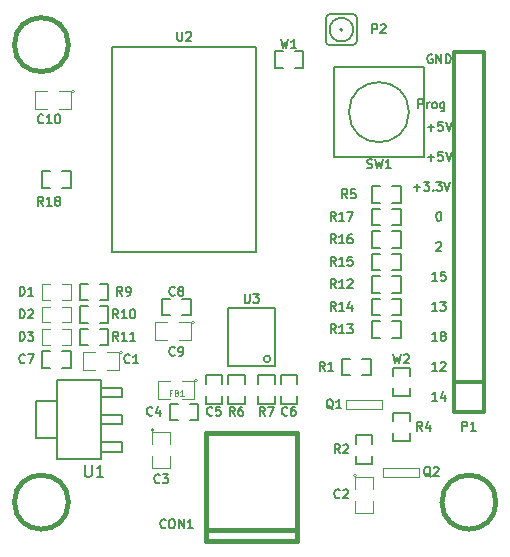
<source format=gto>
G04 (created by PCBNEW (2013-may-18)-stable) date Fri 12 Dec 2014 10:12:50 AM CET*
%MOIN*%
G04 Gerber Fmt 3.4, Leading zero omitted, Abs format*
%FSLAX34Y34*%
G01*
G70*
G90*
G04 APERTURE LIST*
%ADD10C,0.00590551*%
%ADD11C,0.00738189*%
%ADD12C,0.005*%
%ADD13C,0.0047*%
%ADD14C,0.015*%
%ADD15C,0.012*%
%ADD16C,0.0039*%
%ADD17C,0.00787402*%
%ADD18C,0.0079*%
%ADD19C,0.0043*%
G04 APERTURE END LIST*
G54D10*
G54D11*
X36525Y-24088D02*
X36496Y-24074D01*
X36454Y-24074D01*
X36412Y-24088D01*
X36384Y-24116D01*
X36370Y-24144D01*
X36356Y-24200D01*
X36356Y-24242D01*
X36370Y-24299D01*
X36384Y-24327D01*
X36412Y-24355D01*
X36454Y-24369D01*
X36482Y-24369D01*
X36525Y-24355D01*
X36539Y-24341D01*
X36539Y-24242D01*
X36482Y-24242D01*
X36665Y-24369D02*
X36665Y-24074D01*
X36834Y-24369D01*
X36834Y-24074D01*
X36974Y-24369D02*
X36974Y-24074D01*
X37045Y-24074D01*
X37087Y-24088D01*
X37115Y-24116D01*
X37129Y-24144D01*
X37143Y-24200D01*
X37143Y-24242D01*
X37129Y-24299D01*
X37115Y-24327D01*
X37087Y-24355D01*
X37045Y-24369D01*
X36974Y-24369D01*
X36064Y-25869D02*
X36064Y-25574D01*
X36176Y-25574D01*
X36204Y-25588D01*
X36218Y-25602D01*
X36232Y-25630D01*
X36232Y-25672D01*
X36218Y-25700D01*
X36204Y-25714D01*
X36176Y-25728D01*
X36064Y-25728D01*
X36359Y-25869D02*
X36359Y-25672D01*
X36359Y-25728D02*
X36373Y-25700D01*
X36387Y-25686D01*
X36415Y-25672D01*
X36443Y-25672D01*
X36584Y-25869D02*
X36556Y-25855D01*
X36542Y-25841D01*
X36528Y-25813D01*
X36528Y-25728D01*
X36542Y-25700D01*
X36556Y-25686D01*
X36584Y-25672D01*
X36626Y-25672D01*
X36654Y-25686D01*
X36668Y-25700D01*
X36682Y-25728D01*
X36682Y-25813D01*
X36668Y-25841D01*
X36654Y-25855D01*
X36626Y-25869D01*
X36584Y-25869D01*
X36935Y-25672D02*
X36935Y-25911D01*
X36921Y-25939D01*
X36907Y-25953D01*
X36879Y-25967D01*
X36837Y-25967D01*
X36809Y-25953D01*
X36935Y-25855D02*
X36907Y-25869D01*
X36851Y-25869D01*
X36823Y-25855D01*
X36809Y-25841D01*
X36795Y-25813D01*
X36795Y-25728D01*
X36809Y-25700D01*
X36823Y-25686D01*
X36851Y-25672D01*
X36907Y-25672D01*
X36935Y-25686D01*
X36370Y-26507D02*
X36595Y-26507D01*
X36482Y-26619D02*
X36482Y-26394D01*
X36876Y-26324D02*
X36735Y-26324D01*
X36721Y-26464D01*
X36735Y-26450D01*
X36764Y-26436D01*
X36834Y-26436D01*
X36862Y-26450D01*
X36876Y-26464D01*
X36890Y-26492D01*
X36890Y-26563D01*
X36876Y-26591D01*
X36862Y-26605D01*
X36834Y-26619D01*
X36764Y-26619D01*
X36735Y-26605D01*
X36721Y-26591D01*
X36974Y-26324D02*
X37073Y-26619D01*
X37171Y-26324D01*
X36370Y-27507D02*
X36595Y-27507D01*
X36482Y-27619D02*
X36482Y-27394D01*
X36876Y-27324D02*
X36735Y-27324D01*
X36721Y-27464D01*
X36735Y-27450D01*
X36764Y-27436D01*
X36834Y-27436D01*
X36862Y-27450D01*
X36876Y-27464D01*
X36890Y-27492D01*
X36890Y-27563D01*
X36876Y-27591D01*
X36862Y-27605D01*
X36834Y-27619D01*
X36764Y-27619D01*
X36735Y-27605D01*
X36721Y-27591D01*
X36974Y-27324D02*
X37073Y-27619D01*
X37171Y-27324D01*
X35909Y-28507D02*
X36134Y-28507D01*
X36021Y-28619D02*
X36021Y-28394D01*
X36246Y-28324D02*
X36429Y-28324D01*
X36331Y-28436D01*
X36373Y-28436D01*
X36401Y-28450D01*
X36415Y-28464D01*
X36429Y-28492D01*
X36429Y-28563D01*
X36415Y-28591D01*
X36401Y-28605D01*
X36373Y-28619D01*
X36289Y-28619D01*
X36260Y-28605D01*
X36246Y-28591D01*
X36556Y-28591D02*
X36570Y-28605D01*
X36556Y-28619D01*
X36542Y-28605D01*
X36556Y-28591D01*
X36556Y-28619D01*
X36668Y-28324D02*
X36851Y-28324D01*
X36753Y-28436D01*
X36795Y-28436D01*
X36823Y-28450D01*
X36837Y-28464D01*
X36851Y-28492D01*
X36851Y-28563D01*
X36837Y-28591D01*
X36823Y-28605D01*
X36795Y-28619D01*
X36710Y-28619D01*
X36682Y-28605D01*
X36668Y-28591D01*
X36935Y-28324D02*
X37034Y-28619D01*
X37132Y-28324D01*
X36735Y-29324D02*
X36764Y-29324D01*
X36792Y-29338D01*
X36806Y-29352D01*
X36820Y-29380D01*
X36834Y-29436D01*
X36834Y-29507D01*
X36820Y-29563D01*
X36806Y-29591D01*
X36792Y-29605D01*
X36764Y-29619D01*
X36735Y-29619D01*
X36707Y-29605D01*
X36693Y-29591D01*
X36679Y-29563D01*
X36665Y-29507D01*
X36665Y-29436D01*
X36679Y-29380D01*
X36693Y-29352D01*
X36707Y-29338D01*
X36735Y-29324D01*
X36665Y-30352D02*
X36679Y-30338D01*
X36707Y-30324D01*
X36778Y-30324D01*
X36806Y-30338D01*
X36820Y-30352D01*
X36834Y-30380D01*
X36834Y-30408D01*
X36820Y-30450D01*
X36651Y-30619D01*
X36834Y-30619D01*
X36693Y-31619D02*
X36525Y-31619D01*
X36609Y-31619D02*
X36609Y-31324D01*
X36581Y-31366D01*
X36553Y-31394D01*
X36525Y-31408D01*
X36960Y-31324D02*
X36820Y-31324D01*
X36806Y-31464D01*
X36820Y-31450D01*
X36848Y-31436D01*
X36918Y-31436D01*
X36946Y-31450D01*
X36960Y-31464D01*
X36974Y-31492D01*
X36974Y-31563D01*
X36960Y-31591D01*
X36946Y-31605D01*
X36918Y-31619D01*
X36848Y-31619D01*
X36820Y-31605D01*
X36806Y-31591D01*
X36693Y-32619D02*
X36525Y-32619D01*
X36609Y-32619D02*
X36609Y-32324D01*
X36581Y-32366D01*
X36553Y-32394D01*
X36525Y-32408D01*
X36792Y-32324D02*
X36974Y-32324D01*
X36876Y-32436D01*
X36918Y-32436D01*
X36946Y-32450D01*
X36960Y-32464D01*
X36974Y-32492D01*
X36974Y-32563D01*
X36960Y-32591D01*
X36946Y-32605D01*
X36918Y-32619D01*
X36834Y-32619D01*
X36806Y-32605D01*
X36792Y-32591D01*
X36693Y-33619D02*
X36525Y-33619D01*
X36609Y-33619D02*
X36609Y-33324D01*
X36581Y-33366D01*
X36553Y-33394D01*
X36525Y-33408D01*
X36862Y-33450D02*
X36834Y-33436D01*
X36820Y-33422D01*
X36806Y-33394D01*
X36806Y-33380D01*
X36820Y-33352D01*
X36834Y-33338D01*
X36862Y-33324D01*
X36918Y-33324D01*
X36946Y-33338D01*
X36960Y-33352D01*
X36974Y-33380D01*
X36974Y-33394D01*
X36960Y-33422D01*
X36946Y-33436D01*
X36918Y-33450D01*
X36862Y-33450D01*
X36834Y-33464D01*
X36820Y-33478D01*
X36806Y-33507D01*
X36806Y-33563D01*
X36820Y-33591D01*
X36834Y-33605D01*
X36862Y-33619D01*
X36918Y-33619D01*
X36946Y-33605D01*
X36960Y-33591D01*
X36974Y-33563D01*
X36974Y-33507D01*
X36960Y-33478D01*
X36946Y-33464D01*
X36918Y-33450D01*
X36693Y-34619D02*
X36525Y-34619D01*
X36609Y-34619D02*
X36609Y-34324D01*
X36581Y-34366D01*
X36553Y-34394D01*
X36525Y-34408D01*
X36806Y-34352D02*
X36820Y-34338D01*
X36848Y-34324D01*
X36918Y-34324D01*
X36946Y-34338D01*
X36960Y-34352D01*
X36974Y-34380D01*
X36974Y-34408D01*
X36960Y-34450D01*
X36792Y-34619D01*
X36974Y-34619D01*
X36693Y-35619D02*
X36525Y-35619D01*
X36609Y-35619D02*
X36609Y-35324D01*
X36581Y-35366D01*
X36553Y-35394D01*
X36525Y-35408D01*
X36946Y-35422D02*
X36946Y-35619D01*
X36876Y-35310D02*
X36806Y-35521D01*
X36989Y-35521D01*
G54D10*
X25848Y-23824D02*
X30651Y-23824D01*
X30651Y-23824D02*
X30651Y-30675D01*
X30651Y-30675D02*
X25848Y-30675D01*
X25848Y-30675D02*
X25848Y-23824D01*
G54D12*
X31275Y-34475D02*
X31275Y-32525D01*
X31275Y-32525D02*
X29725Y-32525D01*
X29725Y-32525D02*
X29725Y-34475D01*
X29725Y-34475D02*
X31275Y-34475D01*
X31136Y-34225D02*
G75*
G03X31136Y-34225I-111J0D01*
G74*
G01*
G54D13*
X36100Y-38150D02*
X34900Y-38150D01*
X34900Y-38150D02*
X34900Y-37850D01*
X34900Y-37850D02*
X36100Y-37850D01*
X36100Y-37850D02*
X36100Y-38150D01*
X33650Y-35600D02*
X34850Y-35600D01*
X34850Y-35600D02*
X34850Y-35900D01*
X34850Y-35900D02*
X33650Y-35900D01*
X33650Y-35900D02*
X33650Y-35600D01*
G54D12*
X28975Y-35447D02*
X28975Y-35725D01*
X28975Y-35725D02*
X29525Y-35725D01*
X29525Y-35725D02*
X29525Y-35447D01*
X28975Y-34775D02*
X28975Y-35053D01*
X28975Y-34775D02*
X29525Y-34775D01*
X29525Y-34775D02*
X29525Y-35053D01*
X25447Y-32275D02*
X25725Y-32275D01*
X25725Y-32275D02*
X25725Y-31725D01*
X25725Y-31725D02*
X25447Y-31725D01*
X24775Y-32275D02*
X25053Y-32275D01*
X24775Y-32275D02*
X24775Y-31725D01*
X24775Y-31725D02*
X25053Y-31725D01*
X25447Y-33025D02*
X25725Y-33025D01*
X25725Y-33025D02*
X25725Y-32475D01*
X25725Y-32475D02*
X25447Y-32475D01*
X24775Y-33025D02*
X25053Y-33025D01*
X24775Y-33025D02*
X24775Y-32475D01*
X24775Y-32475D02*
X25053Y-32475D01*
X25447Y-33775D02*
X25725Y-33775D01*
X25725Y-33775D02*
X25725Y-33225D01*
X25725Y-33225D02*
X25447Y-33225D01*
X24775Y-33775D02*
X25053Y-33775D01*
X24775Y-33775D02*
X24775Y-33225D01*
X24775Y-33225D02*
X25053Y-33225D01*
X23803Y-33975D02*
X23525Y-33975D01*
X23525Y-33975D02*
X23525Y-34525D01*
X23525Y-34525D02*
X23803Y-34525D01*
X24475Y-33975D02*
X24197Y-33975D01*
X24475Y-33975D02*
X24475Y-34525D01*
X24475Y-34525D02*
X24197Y-34525D01*
X30725Y-35447D02*
X30725Y-35725D01*
X30725Y-35725D02*
X31275Y-35725D01*
X31275Y-35725D02*
X31275Y-35447D01*
X30725Y-34775D02*
X30725Y-35053D01*
X30725Y-34775D02*
X31275Y-34775D01*
X31275Y-34775D02*
X31275Y-35053D01*
X29725Y-35447D02*
X29725Y-35725D01*
X29725Y-35725D02*
X30275Y-35725D01*
X30275Y-35725D02*
X30275Y-35447D01*
X29725Y-34775D02*
X29725Y-35053D01*
X29725Y-34775D02*
X30275Y-34775D01*
X30275Y-34775D02*
X30275Y-35053D01*
X31475Y-35447D02*
X31475Y-35725D01*
X31475Y-35725D02*
X32025Y-35725D01*
X32025Y-35725D02*
X32025Y-35447D01*
X31475Y-34775D02*
X31475Y-35053D01*
X31475Y-34775D02*
X32025Y-34775D01*
X32025Y-34775D02*
X32025Y-35053D01*
X28197Y-32775D02*
X28475Y-32775D01*
X28475Y-32775D02*
X28475Y-32225D01*
X28475Y-32225D02*
X28197Y-32225D01*
X27525Y-32775D02*
X27803Y-32775D01*
X27525Y-32775D02*
X27525Y-32225D01*
X27525Y-32225D02*
X27803Y-32225D01*
X28447Y-36275D02*
X28725Y-36275D01*
X28725Y-36275D02*
X28725Y-35725D01*
X28725Y-35725D02*
X28447Y-35725D01*
X27775Y-36275D02*
X28053Y-36275D01*
X27775Y-36275D02*
X27775Y-35725D01*
X27775Y-35725D02*
X28053Y-35725D01*
X35225Y-36697D02*
X35225Y-36975D01*
X35225Y-36975D02*
X35775Y-36975D01*
X35775Y-36975D02*
X35775Y-36697D01*
X35225Y-36025D02*
X35225Y-36303D01*
X35225Y-36025D02*
X35775Y-36025D01*
X35775Y-36025D02*
X35775Y-36303D01*
X34525Y-37053D02*
X34525Y-36775D01*
X34525Y-36775D02*
X33975Y-36775D01*
X33975Y-36775D02*
X33975Y-37053D01*
X34525Y-37725D02*
X34525Y-37447D01*
X34525Y-37725D02*
X33975Y-37725D01*
X33975Y-37725D02*
X33975Y-37447D01*
X33803Y-34225D02*
X33525Y-34225D01*
X33525Y-34225D02*
X33525Y-34775D01*
X33525Y-34775D02*
X33803Y-34775D01*
X34475Y-34225D02*
X34197Y-34225D01*
X34475Y-34225D02*
X34475Y-34775D01*
X34475Y-34775D02*
X34197Y-34775D01*
G54D13*
X24197Y-33756D02*
X24472Y-33756D01*
X23803Y-33756D02*
X23528Y-33756D01*
X24197Y-33244D02*
X24472Y-33244D01*
X23528Y-33244D02*
X23803Y-33244D01*
X24472Y-33250D02*
X24472Y-33750D01*
X23528Y-33750D02*
X23528Y-33250D01*
X24197Y-33006D02*
X24472Y-33006D01*
X23803Y-33006D02*
X23528Y-33006D01*
X24197Y-32494D02*
X24472Y-32494D01*
X23528Y-32494D02*
X23803Y-32494D01*
X24472Y-32500D02*
X24472Y-33000D01*
X23528Y-33000D02*
X23528Y-32500D01*
X24197Y-32256D02*
X24472Y-32256D01*
X23803Y-32256D02*
X23528Y-32256D01*
X24197Y-31744D02*
X24472Y-31744D01*
X23528Y-31744D02*
X23803Y-31744D01*
X24472Y-31750D02*
X24472Y-32250D01*
X23528Y-32250D02*
X23528Y-31750D01*
G54D12*
X34803Y-31475D02*
X34525Y-31475D01*
X34525Y-31475D02*
X34525Y-32025D01*
X34525Y-32025D02*
X34803Y-32025D01*
X35475Y-31475D02*
X35197Y-31475D01*
X35475Y-31475D02*
X35475Y-32025D01*
X35475Y-32025D02*
X35197Y-32025D01*
X34803Y-32975D02*
X34525Y-32975D01*
X34525Y-32975D02*
X34525Y-33525D01*
X34525Y-33525D02*
X34803Y-33525D01*
X35475Y-32975D02*
X35197Y-32975D01*
X35475Y-32975D02*
X35475Y-33525D01*
X35475Y-33525D02*
X35197Y-33525D01*
X34803Y-32225D02*
X34525Y-32225D01*
X34525Y-32225D02*
X34525Y-32775D01*
X34525Y-32775D02*
X34803Y-32775D01*
X35475Y-32225D02*
X35197Y-32225D01*
X35475Y-32225D02*
X35475Y-32775D01*
X35475Y-32775D02*
X35197Y-32775D01*
X34803Y-30725D02*
X34525Y-30725D01*
X34525Y-30725D02*
X34525Y-31275D01*
X34525Y-31275D02*
X34803Y-31275D01*
X35475Y-30725D02*
X35197Y-30725D01*
X35475Y-30725D02*
X35475Y-31275D01*
X35475Y-31275D02*
X35197Y-31275D01*
X34803Y-29975D02*
X34525Y-29975D01*
X34525Y-29975D02*
X34525Y-30525D01*
X34525Y-30525D02*
X34803Y-30525D01*
X35475Y-29975D02*
X35197Y-29975D01*
X35475Y-29975D02*
X35475Y-30525D01*
X35475Y-30525D02*
X35197Y-30525D01*
X34803Y-29225D02*
X34525Y-29225D01*
X34525Y-29225D02*
X34525Y-29775D01*
X34525Y-29775D02*
X34803Y-29775D01*
X35475Y-29225D02*
X35197Y-29225D01*
X35475Y-29225D02*
X35475Y-29775D01*
X35475Y-29775D02*
X35197Y-29775D01*
X24197Y-28525D02*
X24475Y-28525D01*
X24475Y-28525D02*
X24475Y-27975D01*
X24475Y-27975D02*
X24197Y-27975D01*
X23525Y-28525D02*
X23803Y-28525D01*
X23525Y-28525D02*
X23525Y-27975D01*
X23525Y-27975D02*
X23803Y-27975D01*
G54D14*
X28984Y-39917D02*
X32016Y-39917D01*
X28984Y-40311D02*
X32016Y-40311D01*
X32016Y-40311D02*
X32016Y-36689D01*
X32016Y-36689D02*
X28984Y-36689D01*
X28984Y-36689D02*
X28984Y-40311D01*
G54D12*
X35197Y-29025D02*
X35475Y-29025D01*
X35475Y-29025D02*
X35475Y-28475D01*
X35475Y-28475D02*
X35197Y-28475D01*
X34525Y-29025D02*
X34803Y-29025D01*
X34525Y-29025D02*
X34525Y-28475D01*
X34525Y-28475D02*
X34803Y-28475D01*
G54D15*
X38250Y-36000D02*
X38250Y-36000D01*
X38250Y-36000D02*
X37250Y-36000D01*
X37250Y-36000D02*
X37250Y-26000D01*
X38250Y-26000D02*
X38250Y-36000D01*
X38250Y-35000D02*
X37250Y-35000D01*
X37250Y-26000D02*
X37250Y-24250D01*
X37250Y-24250D02*
X37250Y-24000D01*
X37250Y-24000D02*
X38250Y-24000D01*
X38250Y-24000D02*
X38250Y-26000D01*
G54D12*
X35750Y-26000D02*
G75*
G03X35750Y-26000I-1000J0D01*
G74*
G01*
X36250Y-27500D02*
X33250Y-27500D01*
X33250Y-27500D02*
X33250Y-24500D01*
X33250Y-24500D02*
X36250Y-24500D01*
X36250Y-27500D02*
X36250Y-24500D01*
G54D14*
X38650Y-39000D02*
G75*
G03X38650Y-39000I-900J0D01*
G74*
G01*
X24400Y-39000D02*
G75*
G03X24400Y-39000I-900J0D01*
G74*
G01*
X24400Y-23750D02*
G75*
G03X24400Y-23750I-900J0D01*
G74*
G01*
G54D16*
X28600Y-33000D02*
G75*
G03X28600Y-33000I-50J0D01*
G74*
G01*
X28100Y-33000D02*
X28500Y-33000D01*
X28500Y-33000D02*
X28500Y-33600D01*
X28500Y-33600D02*
X28100Y-33600D01*
X27700Y-33600D02*
X27300Y-33600D01*
X27300Y-33600D02*
X27300Y-33000D01*
X27300Y-33000D02*
X27700Y-33000D01*
X24600Y-25300D02*
G75*
G03X24600Y-25300I-50J0D01*
G74*
G01*
X24100Y-25300D02*
X24500Y-25300D01*
X24500Y-25300D02*
X24500Y-25900D01*
X24500Y-25900D02*
X24100Y-25900D01*
X23700Y-25900D02*
X23300Y-25900D01*
X23300Y-25900D02*
X23300Y-25300D01*
X23300Y-25300D02*
X23700Y-25300D01*
X27250Y-36600D02*
G75*
G03X27250Y-36600I-50J0D01*
G74*
G01*
X27200Y-37050D02*
X27200Y-36650D01*
X27200Y-36650D02*
X27800Y-36650D01*
X27800Y-36650D02*
X27800Y-37050D01*
X27800Y-37450D02*
X27800Y-37850D01*
X27800Y-37850D02*
X27200Y-37850D01*
X27200Y-37850D02*
X27200Y-37450D01*
X26200Y-34000D02*
G75*
G03X26200Y-34000I-50J0D01*
G74*
G01*
X25700Y-34000D02*
X26100Y-34000D01*
X26100Y-34000D02*
X26100Y-34600D01*
X26100Y-34600D02*
X25700Y-34600D01*
X25300Y-34600D02*
X24900Y-34600D01*
X24900Y-34600D02*
X24900Y-34000D01*
X24900Y-34000D02*
X25300Y-34000D01*
X34000Y-38100D02*
G75*
G03X34000Y-38100I-50J0D01*
G74*
G01*
X33950Y-38550D02*
X33950Y-38150D01*
X33950Y-38150D02*
X34550Y-38150D01*
X34550Y-38150D02*
X34550Y-38550D01*
X34550Y-38950D02*
X34550Y-39350D01*
X34550Y-39350D02*
X33950Y-39350D01*
X33950Y-39350D02*
X33950Y-38950D01*
G54D12*
X23315Y-36860D02*
X23315Y-35640D01*
X23315Y-35640D02*
X24020Y-35640D01*
X23315Y-36860D02*
X24020Y-36860D01*
X26185Y-35505D02*
X26185Y-35185D01*
X26185Y-35185D02*
X25480Y-35185D01*
X26185Y-35505D02*
X25480Y-35505D01*
X26185Y-36410D02*
X25480Y-36410D01*
X26185Y-36090D02*
X25480Y-36090D01*
X26185Y-36410D02*
X26185Y-36090D01*
X26185Y-37315D02*
X26185Y-36995D01*
X26185Y-36995D02*
X25480Y-36995D01*
X26185Y-37315D02*
X25480Y-37315D01*
X25480Y-34930D02*
X25480Y-37570D01*
X25480Y-37570D02*
X24020Y-37570D01*
X24020Y-37570D02*
X24020Y-34930D01*
X24020Y-34930D02*
X25480Y-34930D01*
X31553Y-23975D02*
X31275Y-23975D01*
X31275Y-23975D02*
X31275Y-24525D01*
X31275Y-24525D02*
X31553Y-24525D01*
X32225Y-23975D02*
X31947Y-23975D01*
X32225Y-23975D02*
X32225Y-24525D01*
X32225Y-24525D02*
X31947Y-24525D01*
X35775Y-34803D02*
X35775Y-34525D01*
X35775Y-34525D02*
X35225Y-34525D01*
X35225Y-34525D02*
X35225Y-34803D01*
X35775Y-35475D02*
X35775Y-35197D01*
X35775Y-35475D02*
X35225Y-35475D01*
X35225Y-35475D02*
X35225Y-35197D01*
G54D10*
X33539Y-23250D02*
G75*
G03X33539Y-23250I-39J0D01*
G74*
G01*
X33893Y-23250D02*
G75*
G03X33893Y-23250I-393J0D01*
G74*
G01*
X32988Y-23643D02*
X32988Y-22856D01*
X33893Y-23761D02*
X33106Y-23761D01*
X34011Y-22856D02*
X34011Y-23643D01*
X33106Y-22738D02*
X33893Y-22738D01*
X32988Y-23643D02*
G75*
G03X33106Y-23761I118J0D01*
G74*
G01*
X33893Y-23761D02*
G75*
G03X34011Y-23643I0J118D01*
G74*
G01*
X34011Y-22856D02*
G75*
G03X33893Y-22738I-118J0D01*
G74*
G01*
X33106Y-22738D02*
G75*
G03X32988Y-22856I0J-118D01*
G74*
G01*
G54D16*
X28700Y-34950D02*
G75*
G03X28700Y-34950I-50J0D01*
G74*
G01*
X28200Y-34950D02*
X28600Y-34950D01*
X28600Y-34950D02*
X28600Y-35550D01*
X28600Y-35550D02*
X28200Y-35550D01*
X27800Y-35550D02*
X27400Y-35550D01*
X27400Y-35550D02*
X27400Y-34950D01*
X27400Y-34950D02*
X27800Y-34950D01*
G54D11*
X28025Y-23324D02*
X28025Y-23563D01*
X28039Y-23591D01*
X28053Y-23605D01*
X28081Y-23619D01*
X28137Y-23619D01*
X28165Y-23605D01*
X28179Y-23591D01*
X28193Y-23563D01*
X28193Y-23324D01*
X28320Y-23352D02*
X28334Y-23338D01*
X28362Y-23324D01*
X28432Y-23324D01*
X28460Y-23338D01*
X28474Y-23352D01*
X28489Y-23380D01*
X28489Y-23408D01*
X28474Y-23450D01*
X28306Y-23619D01*
X28489Y-23619D01*
G54D17*
G54D11*
X30275Y-32064D02*
X30275Y-32303D01*
X30289Y-32331D01*
X30303Y-32345D01*
X30331Y-32359D01*
X30387Y-32359D01*
X30415Y-32345D01*
X30429Y-32331D01*
X30443Y-32303D01*
X30443Y-32064D01*
X30556Y-32064D02*
X30739Y-32064D01*
X30640Y-32176D01*
X30682Y-32176D01*
X30710Y-32190D01*
X30724Y-32205D01*
X30739Y-32233D01*
X30739Y-32303D01*
X30724Y-32331D01*
X30710Y-32345D01*
X30682Y-32359D01*
X30598Y-32359D01*
X30570Y-32345D01*
X30556Y-32331D01*
G54D17*
G54D11*
X36471Y-38147D02*
X36443Y-38133D01*
X36415Y-38105D01*
X36373Y-38063D01*
X36345Y-38049D01*
X36317Y-38049D01*
X36331Y-38119D02*
X36303Y-38105D01*
X36275Y-38077D01*
X36260Y-38021D01*
X36260Y-37922D01*
X36275Y-37866D01*
X36303Y-37838D01*
X36331Y-37824D01*
X36387Y-37824D01*
X36415Y-37838D01*
X36443Y-37866D01*
X36457Y-37922D01*
X36457Y-38021D01*
X36443Y-38077D01*
X36415Y-38105D01*
X36387Y-38119D01*
X36331Y-38119D01*
X36570Y-37852D02*
X36584Y-37838D01*
X36612Y-37824D01*
X36682Y-37824D01*
X36710Y-37838D01*
X36724Y-37852D01*
X36739Y-37880D01*
X36739Y-37908D01*
X36724Y-37950D01*
X36556Y-38119D01*
X36739Y-38119D01*
G54D17*
G54D11*
X33221Y-35897D02*
X33193Y-35883D01*
X33165Y-35855D01*
X33123Y-35813D01*
X33095Y-35799D01*
X33067Y-35799D01*
X33081Y-35869D02*
X33053Y-35855D01*
X33025Y-35827D01*
X33010Y-35771D01*
X33010Y-35672D01*
X33025Y-35616D01*
X33053Y-35588D01*
X33081Y-35574D01*
X33137Y-35574D01*
X33165Y-35588D01*
X33193Y-35616D01*
X33207Y-35672D01*
X33207Y-35771D01*
X33193Y-35827D01*
X33165Y-35855D01*
X33137Y-35869D01*
X33081Y-35869D01*
X33489Y-35869D02*
X33320Y-35869D01*
X33404Y-35869D02*
X33404Y-35574D01*
X33376Y-35616D01*
X33348Y-35644D01*
X33320Y-35658D01*
G54D17*
G54D11*
X29200Y-36091D02*
X29186Y-36105D01*
X29144Y-36119D01*
X29116Y-36119D01*
X29074Y-36105D01*
X29046Y-36077D01*
X29032Y-36049D01*
X29017Y-35992D01*
X29017Y-35950D01*
X29032Y-35894D01*
X29046Y-35866D01*
X29074Y-35838D01*
X29116Y-35824D01*
X29144Y-35824D01*
X29186Y-35838D01*
X29200Y-35852D01*
X29467Y-35824D02*
X29327Y-35824D01*
X29313Y-35964D01*
X29327Y-35950D01*
X29355Y-35936D01*
X29425Y-35936D01*
X29453Y-35950D01*
X29467Y-35964D01*
X29482Y-35992D01*
X29482Y-36063D01*
X29467Y-36091D01*
X29453Y-36105D01*
X29425Y-36119D01*
X29355Y-36119D01*
X29327Y-36105D01*
X29313Y-36091D01*
G54D17*
G54D11*
X26200Y-32119D02*
X26102Y-31978D01*
X26032Y-32119D02*
X26032Y-31824D01*
X26144Y-31824D01*
X26172Y-31838D01*
X26186Y-31852D01*
X26200Y-31880D01*
X26200Y-31922D01*
X26186Y-31950D01*
X26172Y-31964D01*
X26144Y-31978D01*
X26032Y-31978D01*
X26341Y-32119D02*
X26397Y-32119D01*
X26425Y-32105D01*
X26439Y-32091D01*
X26467Y-32049D01*
X26482Y-31992D01*
X26482Y-31880D01*
X26467Y-31852D01*
X26453Y-31838D01*
X26425Y-31824D01*
X26369Y-31824D01*
X26341Y-31838D01*
X26327Y-31852D01*
X26313Y-31880D01*
X26313Y-31950D01*
X26327Y-31978D01*
X26341Y-31992D01*
X26369Y-32007D01*
X26425Y-32007D01*
X26453Y-31992D01*
X26467Y-31978D01*
X26482Y-31950D01*
G54D17*
G54D11*
X26060Y-32869D02*
X25961Y-32728D01*
X25891Y-32869D02*
X25891Y-32574D01*
X26003Y-32574D01*
X26032Y-32588D01*
X26046Y-32602D01*
X26060Y-32630D01*
X26060Y-32672D01*
X26046Y-32700D01*
X26032Y-32714D01*
X26003Y-32728D01*
X25891Y-32728D01*
X26341Y-32869D02*
X26172Y-32869D01*
X26257Y-32869D02*
X26257Y-32574D01*
X26228Y-32616D01*
X26200Y-32644D01*
X26172Y-32658D01*
X26524Y-32574D02*
X26552Y-32574D01*
X26580Y-32588D01*
X26594Y-32602D01*
X26608Y-32630D01*
X26622Y-32686D01*
X26622Y-32757D01*
X26608Y-32813D01*
X26594Y-32841D01*
X26580Y-32855D01*
X26552Y-32869D01*
X26524Y-32869D01*
X26496Y-32855D01*
X26482Y-32841D01*
X26467Y-32813D01*
X26453Y-32757D01*
X26453Y-32686D01*
X26467Y-32630D01*
X26482Y-32602D01*
X26496Y-32588D01*
X26524Y-32574D01*
G54D17*
G54D11*
X26060Y-33619D02*
X25961Y-33478D01*
X25891Y-33619D02*
X25891Y-33324D01*
X26003Y-33324D01*
X26032Y-33338D01*
X26046Y-33352D01*
X26060Y-33380D01*
X26060Y-33422D01*
X26046Y-33450D01*
X26032Y-33464D01*
X26003Y-33478D01*
X25891Y-33478D01*
X26341Y-33619D02*
X26172Y-33619D01*
X26257Y-33619D02*
X26257Y-33324D01*
X26228Y-33366D01*
X26200Y-33394D01*
X26172Y-33408D01*
X26622Y-33619D02*
X26453Y-33619D01*
X26538Y-33619D02*
X26538Y-33324D01*
X26510Y-33366D01*
X26482Y-33394D01*
X26453Y-33408D01*
G54D17*
G54D11*
X22950Y-34341D02*
X22936Y-34355D01*
X22894Y-34369D01*
X22866Y-34369D01*
X22824Y-34355D01*
X22796Y-34327D01*
X22782Y-34299D01*
X22767Y-34242D01*
X22767Y-34200D01*
X22782Y-34144D01*
X22796Y-34116D01*
X22824Y-34088D01*
X22866Y-34074D01*
X22894Y-34074D01*
X22936Y-34088D01*
X22950Y-34102D01*
X23049Y-34074D02*
X23246Y-34074D01*
X23119Y-34369D01*
G54D17*
G54D11*
X30950Y-36119D02*
X30852Y-35978D01*
X30782Y-36119D02*
X30782Y-35824D01*
X30894Y-35824D01*
X30922Y-35838D01*
X30936Y-35852D01*
X30950Y-35880D01*
X30950Y-35922D01*
X30936Y-35950D01*
X30922Y-35964D01*
X30894Y-35978D01*
X30782Y-35978D01*
X31049Y-35824D02*
X31246Y-35824D01*
X31119Y-36119D01*
G54D17*
G54D11*
X29950Y-36119D02*
X29852Y-35978D01*
X29782Y-36119D02*
X29782Y-35824D01*
X29894Y-35824D01*
X29922Y-35838D01*
X29936Y-35852D01*
X29950Y-35880D01*
X29950Y-35922D01*
X29936Y-35950D01*
X29922Y-35964D01*
X29894Y-35978D01*
X29782Y-35978D01*
X30203Y-35824D02*
X30147Y-35824D01*
X30119Y-35838D01*
X30105Y-35852D01*
X30077Y-35894D01*
X30063Y-35950D01*
X30063Y-36063D01*
X30077Y-36091D01*
X30091Y-36105D01*
X30119Y-36119D01*
X30175Y-36119D01*
X30203Y-36105D01*
X30217Y-36091D01*
X30232Y-36063D01*
X30232Y-35992D01*
X30217Y-35964D01*
X30203Y-35950D01*
X30175Y-35936D01*
X30119Y-35936D01*
X30091Y-35950D01*
X30077Y-35964D01*
X30063Y-35992D01*
G54D17*
G54D11*
X31700Y-36091D02*
X31686Y-36105D01*
X31644Y-36119D01*
X31616Y-36119D01*
X31574Y-36105D01*
X31546Y-36077D01*
X31532Y-36049D01*
X31517Y-35992D01*
X31517Y-35950D01*
X31532Y-35894D01*
X31546Y-35866D01*
X31574Y-35838D01*
X31616Y-35824D01*
X31644Y-35824D01*
X31686Y-35838D01*
X31700Y-35852D01*
X31953Y-35824D02*
X31897Y-35824D01*
X31869Y-35838D01*
X31855Y-35852D01*
X31827Y-35894D01*
X31813Y-35950D01*
X31813Y-36063D01*
X31827Y-36091D01*
X31841Y-36105D01*
X31869Y-36119D01*
X31925Y-36119D01*
X31953Y-36105D01*
X31967Y-36091D01*
X31982Y-36063D01*
X31982Y-35992D01*
X31967Y-35964D01*
X31953Y-35950D01*
X31925Y-35936D01*
X31869Y-35936D01*
X31841Y-35950D01*
X31827Y-35964D01*
X31813Y-35992D01*
G54D17*
G54D11*
X27950Y-32091D02*
X27936Y-32105D01*
X27894Y-32119D01*
X27866Y-32119D01*
X27824Y-32105D01*
X27796Y-32077D01*
X27782Y-32049D01*
X27767Y-31992D01*
X27767Y-31950D01*
X27782Y-31894D01*
X27796Y-31866D01*
X27824Y-31838D01*
X27866Y-31824D01*
X27894Y-31824D01*
X27936Y-31838D01*
X27950Y-31852D01*
X28119Y-31950D02*
X28091Y-31936D01*
X28077Y-31922D01*
X28063Y-31894D01*
X28063Y-31880D01*
X28077Y-31852D01*
X28091Y-31838D01*
X28119Y-31824D01*
X28175Y-31824D01*
X28203Y-31838D01*
X28217Y-31852D01*
X28232Y-31880D01*
X28232Y-31894D01*
X28217Y-31922D01*
X28203Y-31936D01*
X28175Y-31950D01*
X28119Y-31950D01*
X28091Y-31964D01*
X28077Y-31978D01*
X28063Y-32007D01*
X28063Y-32063D01*
X28077Y-32091D01*
X28091Y-32105D01*
X28119Y-32119D01*
X28175Y-32119D01*
X28203Y-32105D01*
X28217Y-32091D01*
X28232Y-32063D01*
X28232Y-32007D01*
X28217Y-31978D01*
X28203Y-31964D01*
X28175Y-31950D01*
G54D17*
G54D11*
X27200Y-36091D02*
X27186Y-36105D01*
X27144Y-36119D01*
X27116Y-36119D01*
X27074Y-36105D01*
X27046Y-36077D01*
X27032Y-36049D01*
X27017Y-35992D01*
X27017Y-35950D01*
X27032Y-35894D01*
X27046Y-35866D01*
X27074Y-35838D01*
X27116Y-35824D01*
X27144Y-35824D01*
X27186Y-35838D01*
X27200Y-35852D01*
X27453Y-35922D02*
X27453Y-36119D01*
X27383Y-35810D02*
X27313Y-36021D01*
X27496Y-36021D01*
G54D17*
G54D11*
X36200Y-36619D02*
X36102Y-36478D01*
X36032Y-36619D02*
X36032Y-36324D01*
X36144Y-36324D01*
X36172Y-36338D01*
X36186Y-36352D01*
X36200Y-36380D01*
X36200Y-36422D01*
X36186Y-36450D01*
X36172Y-36464D01*
X36144Y-36478D01*
X36032Y-36478D01*
X36453Y-36422D02*
X36453Y-36619D01*
X36383Y-36310D02*
X36313Y-36521D01*
X36496Y-36521D01*
G54D17*
G54D11*
X33450Y-37369D02*
X33352Y-37228D01*
X33282Y-37369D02*
X33282Y-37074D01*
X33394Y-37074D01*
X33422Y-37088D01*
X33436Y-37102D01*
X33450Y-37130D01*
X33450Y-37172D01*
X33436Y-37200D01*
X33422Y-37214D01*
X33394Y-37228D01*
X33282Y-37228D01*
X33563Y-37102D02*
X33577Y-37088D01*
X33605Y-37074D01*
X33675Y-37074D01*
X33703Y-37088D01*
X33717Y-37102D01*
X33732Y-37130D01*
X33732Y-37158D01*
X33717Y-37200D01*
X33549Y-37369D01*
X33732Y-37369D01*
G54D17*
G54D11*
X32950Y-34619D02*
X32852Y-34478D01*
X32782Y-34619D02*
X32782Y-34324D01*
X32894Y-34324D01*
X32922Y-34338D01*
X32936Y-34352D01*
X32950Y-34380D01*
X32950Y-34422D01*
X32936Y-34450D01*
X32922Y-34464D01*
X32894Y-34478D01*
X32782Y-34478D01*
X33232Y-34619D02*
X33063Y-34619D01*
X33147Y-34619D02*
X33147Y-34324D01*
X33119Y-34366D01*
X33091Y-34394D01*
X33063Y-34408D01*
G54D17*
G54D11*
X22782Y-33619D02*
X22782Y-33324D01*
X22852Y-33324D01*
X22894Y-33338D01*
X22922Y-33366D01*
X22936Y-33394D01*
X22950Y-33450D01*
X22950Y-33492D01*
X22936Y-33549D01*
X22922Y-33577D01*
X22894Y-33605D01*
X22852Y-33619D01*
X22782Y-33619D01*
X23049Y-33324D02*
X23232Y-33324D01*
X23133Y-33436D01*
X23175Y-33436D01*
X23203Y-33450D01*
X23217Y-33464D01*
X23232Y-33492D01*
X23232Y-33563D01*
X23217Y-33591D01*
X23203Y-33605D01*
X23175Y-33619D01*
X23091Y-33619D01*
X23063Y-33605D01*
X23049Y-33591D01*
G54D17*
G54D11*
X22782Y-32869D02*
X22782Y-32574D01*
X22852Y-32574D01*
X22894Y-32588D01*
X22922Y-32616D01*
X22936Y-32644D01*
X22950Y-32700D01*
X22950Y-32742D01*
X22936Y-32799D01*
X22922Y-32827D01*
X22894Y-32855D01*
X22852Y-32869D01*
X22782Y-32869D01*
X23063Y-32602D02*
X23077Y-32588D01*
X23105Y-32574D01*
X23175Y-32574D01*
X23203Y-32588D01*
X23217Y-32602D01*
X23232Y-32630D01*
X23232Y-32658D01*
X23217Y-32700D01*
X23049Y-32869D01*
X23232Y-32869D01*
G54D17*
G54D11*
X22782Y-32119D02*
X22782Y-31824D01*
X22852Y-31824D01*
X22894Y-31838D01*
X22922Y-31866D01*
X22936Y-31894D01*
X22950Y-31950D01*
X22950Y-31992D01*
X22936Y-32049D01*
X22922Y-32077D01*
X22894Y-32105D01*
X22852Y-32119D01*
X22782Y-32119D01*
X23232Y-32119D02*
X23063Y-32119D01*
X23147Y-32119D02*
X23147Y-31824D01*
X23119Y-31866D01*
X23091Y-31894D01*
X23063Y-31908D01*
G54D17*
G54D11*
X33310Y-31869D02*
X33211Y-31728D01*
X33141Y-31869D02*
X33141Y-31574D01*
X33253Y-31574D01*
X33282Y-31588D01*
X33296Y-31602D01*
X33310Y-31630D01*
X33310Y-31672D01*
X33296Y-31700D01*
X33282Y-31714D01*
X33253Y-31728D01*
X33141Y-31728D01*
X33591Y-31869D02*
X33422Y-31869D01*
X33507Y-31869D02*
X33507Y-31574D01*
X33478Y-31616D01*
X33450Y-31644D01*
X33422Y-31658D01*
X33703Y-31602D02*
X33717Y-31588D01*
X33746Y-31574D01*
X33816Y-31574D01*
X33844Y-31588D01*
X33858Y-31602D01*
X33872Y-31630D01*
X33872Y-31658D01*
X33858Y-31700D01*
X33689Y-31869D01*
X33872Y-31869D01*
G54D17*
G54D11*
X33310Y-33369D02*
X33211Y-33228D01*
X33141Y-33369D02*
X33141Y-33074D01*
X33253Y-33074D01*
X33282Y-33088D01*
X33296Y-33102D01*
X33310Y-33130D01*
X33310Y-33172D01*
X33296Y-33200D01*
X33282Y-33214D01*
X33253Y-33228D01*
X33141Y-33228D01*
X33591Y-33369D02*
X33422Y-33369D01*
X33507Y-33369D02*
X33507Y-33074D01*
X33478Y-33116D01*
X33450Y-33144D01*
X33422Y-33158D01*
X33689Y-33074D02*
X33872Y-33074D01*
X33774Y-33186D01*
X33816Y-33186D01*
X33844Y-33200D01*
X33858Y-33214D01*
X33872Y-33242D01*
X33872Y-33313D01*
X33858Y-33341D01*
X33844Y-33355D01*
X33816Y-33369D01*
X33732Y-33369D01*
X33703Y-33355D01*
X33689Y-33341D01*
G54D17*
G54D11*
X33310Y-32619D02*
X33211Y-32478D01*
X33141Y-32619D02*
X33141Y-32324D01*
X33253Y-32324D01*
X33282Y-32338D01*
X33296Y-32352D01*
X33310Y-32380D01*
X33310Y-32422D01*
X33296Y-32450D01*
X33282Y-32464D01*
X33253Y-32478D01*
X33141Y-32478D01*
X33591Y-32619D02*
X33422Y-32619D01*
X33507Y-32619D02*
X33507Y-32324D01*
X33478Y-32366D01*
X33450Y-32394D01*
X33422Y-32408D01*
X33844Y-32422D02*
X33844Y-32619D01*
X33774Y-32310D02*
X33703Y-32521D01*
X33886Y-32521D01*
G54D17*
G54D11*
X33310Y-31119D02*
X33211Y-30978D01*
X33141Y-31119D02*
X33141Y-30824D01*
X33253Y-30824D01*
X33282Y-30838D01*
X33296Y-30852D01*
X33310Y-30880D01*
X33310Y-30922D01*
X33296Y-30950D01*
X33282Y-30964D01*
X33253Y-30978D01*
X33141Y-30978D01*
X33591Y-31119D02*
X33422Y-31119D01*
X33507Y-31119D02*
X33507Y-30824D01*
X33478Y-30866D01*
X33450Y-30894D01*
X33422Y-30908D01*
X33858Y-30824D02*
X33717Y-30824D01*
X33703Y-30964D01*
X33717Y-30950D01*
X33746Y-30936D01*
X33816Y-30936D01*
X33844Y-30950D01*
X33858Y-30964D01*
X33872Y-30992D01*
X33872Y-31063D01*
X33858Y-31091D01*
X33844Y-31105D01*
X33816Y-31119D01*
X33746Y-31119D01*
X33717Y-31105D01*
X33703Y-31091D01*
G54D17*
G54D11*
X33310Y-30369D02*
X33211Y-30228D01*
X33141Y-30369D02*
X33141Y-30074D01*
X33253Y-30074D01*
X33282Y-30088D01*
X33296Y-30102D01*
X33310Y-30130D01*
X33310Y-30172D01*
X33296Y-30200D01*
X33282Y-30214D01*
X33253Y-30228D01*
X33141Y-30228D01*
X33591Y-30369D02*
X33422Y-30369D01*
X33507Y-30369D02*
X33507Y-30074D01*
X33478Y-30116D01*
X33450Y-30144D01*
X33422Y-30158D01*
X33844Y-30074D02*
X33788Y-30074D01*
X33760Y-30088D01*
X33746Y-30102D01*
X33717Y-30144D01*
X33703Y-30200D01*
X33703Y-30313D01*
X33717Y-30341D01*
X33732Y-30355D01*
X33760Y-30369D01*
X33816Y-30369D01*
X33844Y-30355D01*
X33858Y-30341D01*
X33872Y-30313D01*
X33872Y-30242D01*
X33858Y-30214D01*
X33844Y-30200D01*
X33816Y-30186D01*
X33760Y-30186D01*
X33732Y-30200D01*
X33717Y-30214D01*
X33703Y-30242D01*
G54D17*
G54D11*
X33310Y-29619D02*
X33211Y-29478D01*
X33141Y-29619D02*
X33141Y-29324D01*
X33253Y-29324D01*
X33282Y-29338D01*
X33296Y-29352D01*
X33310Y-29380D01*
X33310Y-29422D01*
X33296Y-29450D01*
X33282Y-29464D01*
X33253Y-29478D01*
X33141Y-29478D01*
X33591Y-29619D02*
X33422Y-29619D01*
X33507Y-29619D02*
X33507Y-29324D01*
X33478Y-29366D01*
X33450Y-29394D01*
X33422Y-29408D01*
X33689Y-29324D02*
X33886Y-29324D01*
X33760Y-29619D01*
G54D17*
G54D11*
X23560Y-29119D02*
X23461Y-28978D01*
X23391Y-29119D02*
X23391Y-28824D01*
X23503Y-28824D01*
X23532Y-28838D01*
X23546Y-28852D01*
X23560Y-28880D01*
X23560Y-28922D01*
X23546Y-28950D01*
X23532Y-28964D01*
X23503Y-28978D01*
X23391Y-28978D01*
X23841Y-29119D02*
X23672Y-29119D01*
X23757Y-29119D02*
X23757Y-28824D01*
X23728Y-28866D01*
X23700Y-28894D01*
X23672Y-28908D01*
X24010Y-28950D02*
X23982Y-28936D01*
X23967Y-28922D01*
X23953Y-28894D01*
X23953Y-28880D01*
X23967Y-28852D01*
X23982Y-28838D01*
X24010Y-28824D01*
X24066Y-28824D01*
X24094Y-28838D01*
X24108Y-28852D01*
X24122Y-28880D01*
X24122Y-28894D01*
X24108Y-28922D01*
X24094Y-28936D01*
X24066Y-28950D01*
X24010Y-28950D01*
X23982Y-28964D01*
X23967Y-28978D01*
X23953Y-29007D01*
X23953Y-29063D01*
X23967Y-29091D01*
X23982Y-29105D01*
X24010Y-29119D01*
X24066Y-29119D01*
X24094Y-29105D01*
X24108Y-29091D01*
X24122Y-29063D01*
X24122Y-29007D01*
X24108Y-28978D01*
X24094Y-28964D01*
X24066Y-28950D01*
G54D17*
G54D11*
X27641Y-39841D02*
X27627Y-39855D01*
X27585Y-39869D01*
X27557Y-39869D01*
X27514Y-39855D01*
X27486Y-39827D01*
X27472Y-39799D01*
X27458Y-39742D01*
X27458Y-39700D01*
X27472Y-39644D01*
X27486Y-39616D01*
X27514Y-39588D01*
X27557Y-39574D01*
X27585Y-39574D01*
X27627Y-39588D01*
X27641Y-39602D01*
X27824Y-39574D02*
X27880Y-39574D01*
X27908Y-39588D01*
X27936Y-39616D01*
X27950Y-39672D01*
X27950Y-39771D01*
X27936Y-39827D01*
X27908Y-39855D01*
X27880Y-39869D01*
X27824Y-39869D01*
X27796Y-39855D01*
X27767Y-39827D01*
X27753Y-39771D01*
X27753Y-39672D01*
X27767Y-39616D01*
X27796Y-39588D01*
X27824Y-39574D01*
X28077Y-39869D02*
X28077Y-39574D01*
X28246Y-39869D01*
X28246Y-39574D01*
X28541Y-39869D02*
X28372Y-39869D01*
X28456Y-39869D02*
X28456Y-39574D01*
X28428Y-39616D01*
X28400Y-39644D01*
X28372Y-39658D01*
G54D17*
G54D11*
X33700Y-28869D02*
X33602Y-28728D01*
X33532Y-28869D02*
X33532Y-28574D01*
X33644Y-28574D01*
X33672Y-28588D01*
X33686Y-28602D01*
X33700Y-28630D01*
X33700Y-28672D01*
X33686Y-28700D01*
X33672Y-28714D01*
X33644Y-28728D01*
X33532Y-28728D01*
X33967Y-28574D02*
X33827Y-28574D01*
X33813Y-28714D01*
X33827Y-28700D01*
X33855Y-28686D01*
X33925Y-28686D01*
X33953Y-28700D01*
X33967Y-28714D01*
X33982Y-28742D01*
X33982Y-28813D01*
X33967Y-28841D01*
X33953Y-28855D01*
X33925Y-28869D01*
X33855Y-28869D01*
X33827Y-28855D01*
X33813Y-28841D01*
G54D17*
G54D11*
X37532Y-36619D02*
X37532Y-36324D01*
X37644Y-36324D01*
X37672Y-36338D01*
X37686Y-36352D01*
X37700Y-36380D01*
X37700Y-36422D01*
X37686Y-36450D01*
X37672Y-36464D01*
X37644Y-36478D01*
X37532Y-36478D01*
X37982Y-36619D02*
X37813Y-36619D01*
X37897Y-36619D02*
X37897Y-36324D01*
X37869Y-36366D01*
X37841Y-36394D01*
X37813Y-36408D01*
G54D17*
G54D11*
X34356Y-27855D02*
X34398Y-27869D01*
X34468Y-27869D01*
X34496Y-27855D01*
X34510Y-27841D01*
X34525Y-27813D01*
X34525Y-27785D01*
X34510Y-27757D01*
X34496Y-27742D01*
X34468Y-27728D01*
X34412Y-27714D01*
X34384Y-27700D01*
X34370Y-27686D01*
X34356Y-27658D01*
X34356Y-27630D01*
X34370Y-27602D01*
X34384Y-27588D01*
X34412Y-27574D01*
X34482Y-27574D01*
X34525Y-27588D01*
X34623Y-27574D02*
X34693Y-27869D01*
X34750Y-27658D01*
X34806Y-27869D01*
X34876Y-27574D01*
X35143Y-27869D02*
X34974Y-27869D01*
X35059Y-27869D02*
X35059Y-27574D01*
X35031Y-27616D01*
X35003Y-27644D01*
X34974Y-27658D01*
G54D17*
G54D11*
X27950Y-34091D02*
X27936Y-34105D01*
X27894Y-34119D01*
X27866Y-34119D01*
X27824Y-34105D01*
X27796Y-34077D01*
X27782Y-34049D01*
X27767Y-33992D01*
X27767Y-33950D01*
X27782Y-33894D01*
X27796Y-33866D01*
X27824Y-33838D01*
X27866Y-33824D01*
X27894Y-33824D01*
X27936Y-33838D01*
X27950Y-33852D01*
X28091Y-34119D02*
X28147Y-34119D01*
X28175Y-34105D01*
X28189Y-34091D01*
X28217Y-34049D01*
X28232Y-33992D01*
X28232Y-33880D01*
X28217Y-33852D01*
X28203Y-33838D01*
X28175Y-33824D01*
X28119Y-33824D01*
X28091Y-33838D01*
X28077Y-33852D01*
X28063Y-33880D01*
X28063Y-33950D01*
X28077Y-33978D01*
X28091Y-33992D01*
X28119Y-34007D01*
X28175Y-34007D01*
X28203Y-33992D01*
X28217Y-33978D01*
X28232Y-33950D01*
G54D17*
G54D11*
X23560Y-26341D02*
X23546Y-26355D01*
X23503Y-26369D01*
X23475Y-26369D01*
X23433Y-26355D01*
X23405Y-26327D01*
X23391Y-26299D01*
X23377Y-26242D01*
X23377Y-26200D01*
X23391Y-26144D01*
X23405Y-26116D01*
X23433Y-26088D01*
X23475Y-26074D01*
X23503Y-26074D01*
X23546Y-26088D01*
X23560Y-26102D01*
X23841Y-26369D02*
X23672Y-26369D01*
X23757Y-26369D02*
X23757Y-26074D01*
X23728Y-26116D01*
X23700Y-26144D01*
X23672Y-26158D01*
X24024Y-26074D02*
X24052Y-26074D01*
X24080Y-26088D01*
X24094Y-26102D01*
X24108Y-26130D01*
X24122Y-26186D01*
X24122Y-26257D01*
X24108Y-26313D01*
X24094Y-26341D01*
X24080Y-26355D01*
X24052Y-26369D01*
X24024Y-26369D01*
X23996Y-26355D01*
X23982Y-26341D01*
X23967Y-26313D01*
X23953Y-26257D01*
X23953Y-26186D01*
X23967Y-26130D01*
X23982Y-26102D01*
X23996Y-26088D01*
X24024Y-26074D01*
G54D17*
G54D11*
X27450Y-38341D02*
X27436Y-38355D01*
X27394Y-38369D01*
X27366Y-38369D01*
X27324Y-38355D01*
X27296Y-38327D01*
X27282Y-38299D01*
X27267Y-38242D01*
X27267Y-38200D01*
X27282Y-38144D01*
X27296Y-38116D01*
X27324Y-38088D01*
X27366Y-38074D01*
X27394Y-38074D01*
X27436Y-38088D01*
X27450Y-38102D01*
X27549Y-38074D02*
X27732Y-38074D01*
X27633Y-38186D01*
X27675Y-38186D01*
X27703Y-38200D01*
X27717Y-38214D01*
X27732Y-38242D01*
X27732Y-38313D01*
X27717Y-38341D01*
X27703Y-38355D01*
X27675Y-38369D01*
X27591Y-38369D01*
X27563Y-38355D01*
X27549Y-38341D01*
G54D17*
G54D11*
X26450Y-34341D02*
X26436Y-34355D01*
X26394Y-34369D01*
X26366Y-34369D01*
X26324Y-34355D01*
X26296Y-34327D01*
X26282Y-34299D01*
X26267Y-34242D01*
X26267Y-34200D01*
X26282Y-34144D01*
X26296Y-34116D01*
X26324Y-34088D01*
X26366Y-34074D01*
X26394Y-34074D01*
X26436Y-34088D01*
X26450Y-34102D01*
X26732Y-34369D02*
X26563Y-34369D01*
X26647Y-34369D02*
X26647Y-34074D01*
X26619Y-34116D01*
X26591Y-34144D01*
X26563Y-34158D01*
G54D17*
G54D11*
X33450Y-38841D02*
X33436Y-38855D01*
X33394Y-38869D01*
X33366Y-38869D01*
X33324Y-38855D01*
X33296Y-38827D01*
X33282Y-38799D01*
X33267Y-38742D01*
X33267Y-38700D01*
X33282Y-38644D01*
X33296Y-38616D01*
X33324Y-38588D01*
X33366Y-38574D01*
X33394Y-38574D01*
X33436Y-38588D01*
X33450Y-38602D01*
X33563Y-38602D02*
X33577Y-38588D01*
X33605Y-38574D01*
X33675Y-38574D01*
X33703Y-38588D01*
X33717Y-38602D01*
X33732Y-38630D01*
X33732Y-38658D01*
X33717Y-38700D01*
X33549Y-38869D01*
X33732Y-38869D01*
G54D17*
G54D18*
X24949Y-37765D02*
X24949Y-38084D01*
X24968Y-38121D01*
X24987Y-38140D01*
X25024Y-38159D01*
X25099Y-38159D01*
X25137Y-38140D01*
X25156Y-38121D01*
X25174Y-38084D01*
X25174Y-37765D01*
X25568Y-38159D02*
X25343Y-38159D01*
X25456Y-38159D02*
X25456Y-37765D01*
X25418Y-37821D01*
X25381Y-37859D01*
X25343Y-37878D01*
G54D11*
X31482Y-23574D02*
X31553Y-23869D01*
X31609Y-23658D01*
X31665Y-23869D01*
X31735Y-23574D01*
X32003Y-23869D02*
X31834Y-23869D01*
X31918Y-23869D02*
X31918Y-23574D01*
X31890Y-23616D01*
X31862Y-23644D01*
X31834Y-23658D01*
G54D17*
G54D11*
X35232Y-34074D02*
X35303Y-34369D01*
X35359Y-34158D01*
X35415Y-34369D01*
X35485Y-34074D01*
X35584Y-34102D02*
X35598Y-34088D01*
X35626Y-34074D01*
X35696Y-34074D01*
X35724Y-34088D01*
X35739Y-34102D01*
X35753Y-34130D01*
X35753Y-34158D01*
X35739Y-34200D01*
X35570Y-34369D01*
X35753Y-34369D01*
G54D17*
G54D11*
X34532Y-23369D02*
X34532Y-23074D01*
X34644Y-23074D01*
X34672Y-23088D01*
X34686Y-23102D01*
X34700Y-23130D01*
X34700Y-23172D01*
X34686Y-23200D01*
X34672Y-23214D01*
X34644Y-23228D01*
X34532Y-23228D01*
X34813Y-23102D02*
X34827Y-23088D01*
X34855Y-23074D01*
X34925Y-23074D01*
X34953Y-23088D01*
X34967Y-23102D01*
X34982Y-23130D01*
X34982Y-23158D01*
X34967Y-23200D01*
X34799Y-23369D01*
X34982Y-23369D01*
G54D17*
G54D19*
X27835Y-35351D02*
X27770Y-35351D01*
X27770Y-35454D02*
X27770Y-35257D01*
X27863Y-35257D01*
X28004Y-35351D02*
X28032Y-35360D01*
X28042Y-35370D01*
X28051Y-35389D01*
X28051Y-35417D01*
X28042Y-35435D01*
X28032Y-35445D01*
X28014Y-35454D01*
X27939Y-35454D01*
X27939Y-35257D01*
X28004Y-35257D01*
X28023Y-35267D01*
X28032Y-35276D01*
X28042Y-35295D01*
X28042Y-35314D01*
X28032Y-35332D01*
X28023Y-35342D01*
X28004Y-35351D01*
X27939Y-35351D01*
X28239Y-35454D02*
X28126Y-35454D01*
X28182Y-35454D02*
X28182Y-35257D01*
X28164Y-35285D01*
X28145Y-35304D01*
X28126Y-35314D01*
M02*

</source>
